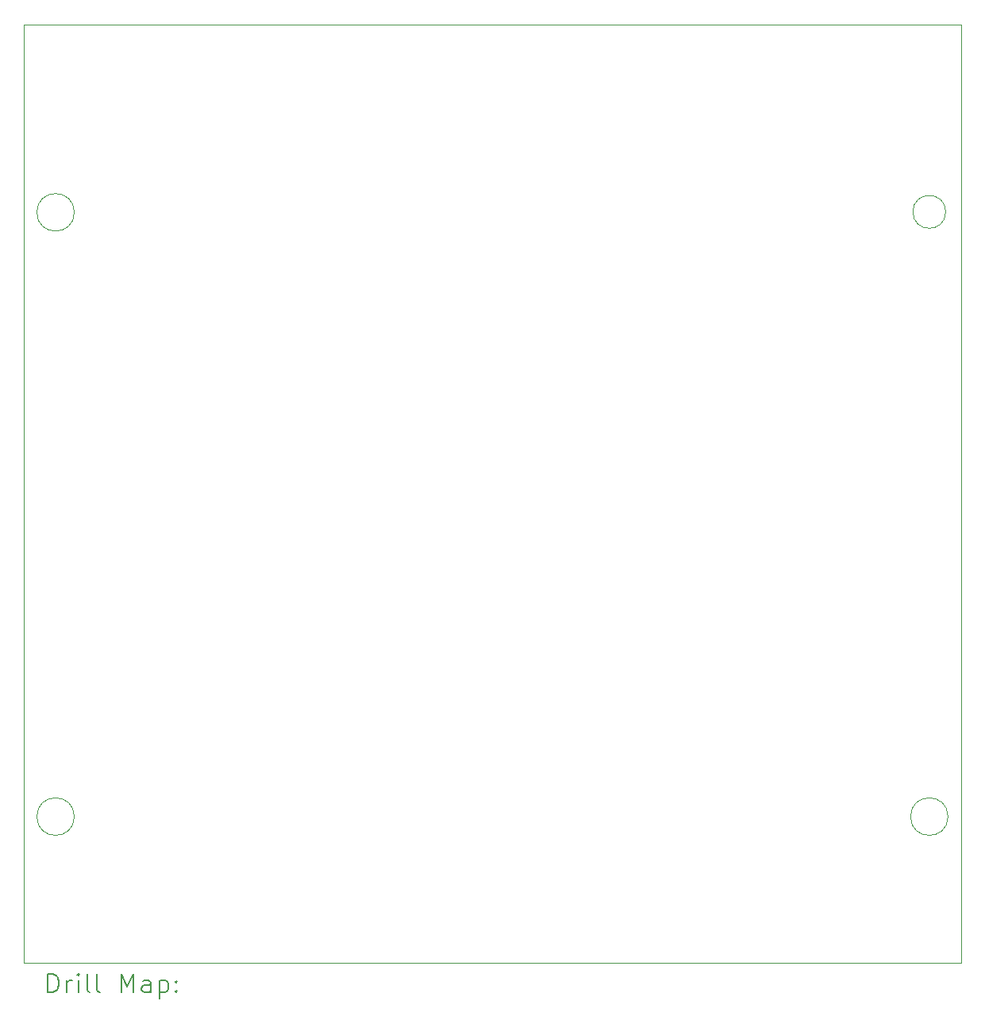
<source format=gbr>
%TF.GenerationSoftware,KiCad,Pcbnew,9.0.2*%
%TF.CreationDate,2025-06-14T15:50:34+02:00*%
%TF.ProjectId,kleingorium,6b6c6569-6e67-46f7-9269-756d2e6b6963,rev?*%
%TF.SameCoordinates,Original*%
%TF.FileFunction,Drillmap*%
%TF.FilePolarity,Positive*%
%FSLAX45Y45*%
G04 Gerber Fmt 4.5, Leading zero omitted, Abs format (unit mm)*
G04 Created by KiCad (PCBNEW 9.0.2) date 2025-06-14 15:50:34*
%MOMM*%
%LPD*%
G01*
G04 APERTURE LIST*
%ADD10C,0.050000*%
%ADD11C,0.200000*%
G04 APERTURE END LIST*
D10*
X18560000Y-13140000D02*
G75*
G02*
X18160000Y-13140000I-200000J0D01*
G01*
X18160000Y-13140000D02*
G75*
G02*
X18560000Y-13140000I200000J0D01*
G01*
X8700000Y-4700000D02*
X18700000Y-4700000D01*
X18700000Y-14700000D01*
X8700000Y-14700000D01*
X8700000Y-4700000D01*
X9240000Y-6700000D02*
G75*
G02*
X8840000Y-6700000I-200000J0D01*
G01*
X8840000Y-6700000D02*
G75*
G02*
X9240000Y-6700000I200000J0D01*
G01*
X9240000Y-13140000D02*
G75*
G02*
X8840000Y-13140000I-200000J0D01*
G01*
X8840000Y-13140000D02*
G75*
G02*
X9240000Y-13140000I200000J0D01*
G01*
X18535000Y-6695000D02*
G75*
G02*
X18185000Y-6695000I-175000J0D01*
G01*
X18185000Y-6695000D02*
G75*
G02*
X18535000Y-6695000I175000J0D01*
G01*
D11*
X8958277Y-15013984D02*
X8958277Y-14813984D01*
X8958277Y-14813984D02*
X9005896Y-14813984D01*
X9005896Y-14813984D02*
X9034467Y-14823508D01*
X9034467Y-14823508D02*
X9053515Y-14842555D01*
X9053515Y-14842555D02*
X9063039Y-14861603D01*
X9063039Y-14861603D02*
X9072563Y-14899698D01*
X9072563Y-14899698D02*
X9072563Y-14928269D01*
X9072563Y-14928269D02*
X9063039Y-14966365D01*
X9063039Y-14966365D02*
X9053515Y-14985412D01*
X9053515Y-14985412D02*
X9034467Y-15004460D01*
X9034467Y-15004460D02*
X9005896Y-15013984D01*
X9005896Y-15013984D02*
X8958277Y-15013984D01*
X9158277Y-15013984D02*
X9158277Y-14880650D01*
X9158277Y-14918746D02*
X9167801Y-14899698D01*
X9167801Y-14899698D02*
X9177324Y-14890174D01*
X9177324Y-14890174D02*
X9196372Y-14880650D01*
X9196372Y-14880650D02*
X9215420Y-14880650D01*
X9282086Y-15013984D02*
X9282086Y-14880650D01*
X9282086Y-14813984D02*
X9272563Y-14823508D01*
X9272563Y-14823508D02*
X9282086Y-14833031D01*
X9282086Y-14833031D02*
X9291610Y-14823508D01*
X9291610Y-14823508D02*
X9282086Y-14813984D01*
X9282086Y-14813984D02*
X9282086Y-14833031D01*
X9405896Y-15013984D02*
X9386848Y-15004460D01*
X9386848Y-15004460D02*
X9377324Y-14985412D01*
X9377324Y-14985412D02*
X9377324Y-14813984D01*
X9510658Y-15013984D02*
X9491610Y-15004460D01*
X9491610Y-15004460D02*
X9482086Y-14985412D01*
X9482086Y-14985412D02*
X9482086Y-14813984D01*
X9739229Y-15013984D02*
X9739229Y-14813984D01*
X9739229Y-14813984D02*
X9805896Y-14956841D01*
X9805896Y-14956841D02*
X9872563Y-14813984D01*
X9872563Y-14813984D02*
X9872563Y-15013984D01*
X10053515Y-15013984D02*
X10053515Y-14909222D01*
X10053515Y-14909222D02*
X10043991Y-14890174D01*
X10043991Y-14890174D02*
X10024944Y-14880650D01*
X10024944Y-14880650D02*
X9986848Y-14880650D01*
X9986848Y-14880650D02*
X9967801Y-14890174D01*
X10053515Y-15004460D02*
X10034467Y-15013984D01*
X10034467Y-15013984D02*
X9986848Y-15013984D01*
X9986848Y-15013984D02*
X9967801Y-15004460D01*
X9967801Y-15004460D02*
X9958277Y-14985412D01*
X9958277Y-14985412D02*
X9958277Y-14966365D01*
X9958277Y-14966365D02*
X9967801Y-14947317D01*
X9967801Y-14947317D02*
X9986848Y-14937793D01*
X9986848Y-14937793D02*
X10034467Y-14937793D01*
X10034467Y-14937793D02*
X10053515Y-14928269D01*
X10148753Y-14880650D02*
X10148753Y-15080650D01*
X10148753Y-14890174D02*
X10167801Y-14880650D01*
X10167801Y-14880650D02*
X10205896Y-14880650D01*
X10205896Y-14880650D02*
X10224944Y-14890174D01*
X10224944Y-14890174D02*
X10234467Y-14899698D01*
X10234467Y-14899698D02*
X10243991Y-14918746D01*
X10243991Y-14918746D02*
X10243991Y-14975888D01*
X10243991Y-14975888D02*
X10234467Y-14994936D01*
X10234467Y-14994936D02*
X10224944Y-15004460D01*
X10224944Y-15004460D02*
X10205896Y-15013984D01*
X10205896Y-15013984D02*
X10167801Y-15013984D01*
X10167801Y-15013984D02*
X10148753Y-15004460D01*
X10329705Y-14994936D02*
X10339229Y-15004460D01*
X10339229Y-15004460D02*
X10329705Y-15013984D01*
X10329705Y-15013984D02*
X10320182Y-15004460D01*
X10320182Y-15004460D02*
X10329705Y-14994936D01*
X10329705Y-14994936D02*
X10329705Y-15013984D01*
X10329705Y-14890174D02*
X10339229Y-14899698D01*
X10339229Y-14899698D02*
X10329705Y-14909222D01*
X10329705Y-14909222D02*
X10320182Y-14899698D01*
X10320182Y-14899698D02*
X10329705Y-14890174D01*
X10329705Y-14890174D02*
X10329705Y-14909222D01*
M02*

</source>
